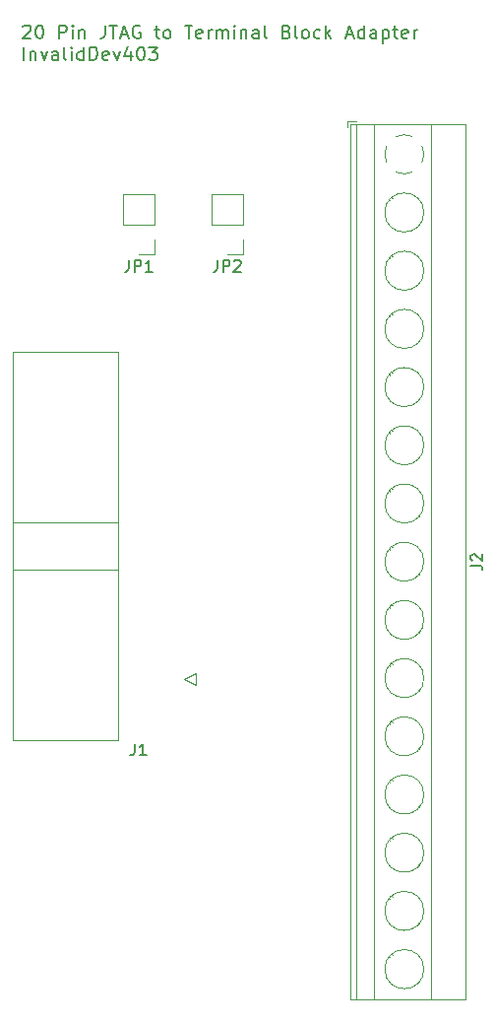
<source format=gbr>
%TF.GenerationSoftware,KiCad,Pcbnew,7.0.2*%
%TF.CreationDate,2023-04-24T21:00:06-04:00*%
%TF.ProjectId,JTAG_Terminal_Block,4a544147-5f54-4657-926d-696e616c5f42,rev?*%
%TF.SameCoordinates,Original*%
%TF.FileFunction,Legend,Top*%
%TF.FilePolarity,Positive*%
%FSLAX46Y46*%
G04 Gerber Fmt 4.6, Leading zero omitted, Abs format (unit mm)*
G04 Created by KiCad (PCBNEW 7.0.2) date 2023-04-24 21:00:06*
%MOMM*%
%LPD*%
G01*
G04 APERTURE LIST*
%ADD10C,0.150000*%
%ADD11C,0.120000*%
G04 APERTURE END LIST*
D10*
X137379047Y-32515785D02*
X137433809Y-32461023D01*
X137433809Y-32461023D02*
X137543333Y-32406261D01*
X137543333Y-32406261D02*
X137817142Y-32406261D01*
X137817142Y-32406261D02*
X137926666Y-32461023D01*
X137926666Y-32461023D02*
X137981428Y-32515785D01*
X137981428Y-32515785D02*
X138036190Y-32625309D01*
X138036190Y-32625309D02*
X138036190Y-32734833D01*
X138036190Y-32734833D02*
X137981428Y-32899119D01*
X137981428Y-32899119D02*
X137324285Y-33556261D01*
X137324285Y-33556261D02*
X138036190Y-33556261D01*
X138748095Y-32406261D02*
X138857618Y-32406261D01*
X138857618Y-32406261D02*
X138967142Y-32461023D01*
X138967142Y-32461023D02*
X139021904Y-32515785D01*
X139021904Y-32515785D02*
X139076666Y-32625309D01*
X139076666Y-32625309D02*
X139131428Y-32844357D01*
X139131428Y-32844357D02*
X139131428Y-33118166D01*
X139131428Y-33118166D02*
X139076666Y-33337214D01*
X139076666Y-33337214D02*
X139021904Y-33446738D01*
X139021904Y-33446738D02*
X138967142Y-33501500D01*
X138967142Y-33501500D02*
X138857618Y-33556261D01*
X138857618Y-33556261D02*
X138748095Y-33556261D01*
X138748095Y-33556261D02*
X138638571Y-33501500D01*
X138638571Y-33501500D02*
X138583809Y-33446738D01*
X138583809Y-33446738D02*
X138529047Y-33337214D01*
X138529047Y-33337214D02*
X138474285Y-33118166D01*
X138474285Y-33118166D02*
X138474285Y-32844357D01*
X138474285Y-32844357D02*
X138529047Y-32625309D01*
X138529047Y-32625309D02*
X138583809Y-32515785D01*
X138583809Y-32515785D02*
X138638571Y-32461023D01*
X138638571Y-32461023D02*
X138748095Y-32406261D01*
X140500475Y-33556261D02*
X140500475Y-32406261D01*
X140500475Y-32406261D02*
X140938570Y-32406261D01*
X140938570Y-32406261D02*
X141048094Y-32461023D01*
X141048094Y-32461023D02*
X141102856Y-32515785D01*
X141102856Y-32515785D02*
X141157618Y-32625309D01*
X141157618Y-32625309D02*
X141157618Y-32789595D01*
X141157618Y-32789595D02*
X141102856Y-32899119D01*
X141102856Y-32899119D02*
X141048094Y-32953880D01*
X141048094Y-32953880D02*
X140938570Y-33008642D01*
X140938570Y-33008642D02*
X140500475Y-33008642D01*
X141650475Y-33556261D02*
X141650475Y-32789595D01*
X141650475Y-32406261D02*
X141595713Y-32461023D01*
X141595713Y-32461023D02*
X141650475Y-32515785D01*
X141650475Y-32515785D02*
X141705237Y-32461023D01*
X141705237Y-32461023D02*
X141650475Y-32406261D01*
X141650475Y-32406261D02*
X141650475Y-32515785D01*
X142198094Y-32789595D02*
X142198094Y-33556261D01*
X142198094Y-32899119D02*
X142252856Y-32844357D01*
X142252856Y-32844357D02*
X142362380Y-32789595D01*
X142362380Y-32789595D02*
X142526665Y-32789595D01*
X142526665Y-32789595D02*
X142636189Y-32844357D01*
X142636189Y-32844357D02*
X142690951Y-32953880D01*
X142690951Y-32953880D02*
X142690951Y-33556261D01*
X144443331Y-32406261D02*
X144443331Y-33227690D01*
X144443331Y-33227690D02*
X144388570Y-33391976D01*
X144388570Y-33391976D02*
X144279046Y-33501500D01*
X144279046Y-33501500D02*
X144114760Y-33556261D01*
X144114760Y-33556261D02*
X144005236Y-33556261D01*
X144826664Y-32406261D02*
X145483807Y-32406261D01*
X145155236Y-33556261D02*
X145155236Y-32406261D01*
X145812378Y-33227690D02*
X146359997Y-33227690D01*
X145702854Y-33556261D02*
X146086188Y-32406261D01*
X146086188Y-32406261D02*
X146469521Y-33556261D01*
X147455235Y-32461023D02*
X147345711Y-32406261D01*
X147345711Y-32406261D02*
X147181425Y-32406261D01*
X147181425Y-32406261D02*
X147017140Y-32461023D01*
X147017140Y-32461023D02*
X146907616Y-32570547D01*
X146907616Y-32570547D02*
X146852854Y-32680071D01*
X146852854Y-32680071D02*
X146798092Y-32899119D01*
X146798092Y-32899119D02*
X146798092Y-33063404D01*
X146798092Y-33063404D02*
X146852854Y-33282452D01*
X146852854Y-33282452D02*
X146907616Y-33391976D01*
X146907616Y-33391976D02*
X147017140Y-33501500D01*
X147017140Y-33501500D02*
X147181425Y-33556261D01*
X147181425Y-33556261D02*
X147290949Y-33556261D01*
X147290949Y-33556261D02*
X147455235Y-33501500D01*
X147455235Y-33501500D02*
X147509997Y-33446738D01*
X147509997Y-33446738D02*
X147509997Y-33063404D01*
X147509997Y-33063404D02*
X147290949Y-33063404D01*
X148714758Y-32789595D02*
X149152854Y-32789595D01*
X148879044Y-32406261D02*
X148879044Y-33391976D01*
X148879044Y-33391976D02*
X148933806Y-33501500D01*
X148933806Y-33501500D02*
X149043330Y-33556261D01*
X149043330Y-33556261D02*
X149152854Y-33556261D01*
X149700473Y-33556261D02*
X149590949Y-33501500D01*
X149590949Y-33501500D02*
X149536187Y-33446738D01*
X149536187Y-33446738D02*
X149481425Y-33337214D01*
X149481425Y-33337214D02*
X149481425Y-33008642D01*
X149481425Y-33008642D02*
X149536187Y-32899119D01*
X149536187Y-32899119D02*
X149590949Y-32844357D01*
X149590949Y-32844357D02*
X149700473Y-32789595D01*
X149700473Y-32789595D02*
X149864758Y-32789595D01*
X149864758Y-32789595D02*
X149974282Y-32844357D01*
X149974282Y-32844357D02*
X150029044Y-32899119D01*
X150029044Y-32899119D02*
X150083806Y-33008642D01*
X150083806Y-33008642D02*
X150083806Y-33337214D01*
X150083806Y-33337214D02*
X150029044Y-33446738D01*
X150029044Y-33446738D02*
X149974282Y-33501500D01*
X149974282Y-33501500D02*
X149864758Y-33556261D01*
X149864758Y-33556261D02*
X149700473Y-33556261D01*
X151288567Y-32406261D02*
X151945710Y-32406261D01*
X151617139Y-33556261D02*
X151617139Y-32406261D01*
X152767138Y-33501500D02*
X152657614Y-33556261D01*
X152657614Y-33556261D02*
X152438567Y-33556261D01*
X152438567Y-33556261D02*
X152329043Y-33501500D01*
X152329043Y-33501500D02*
X152274281Y-33391976D01*
X152274281Y-33391976D02*
X152274281Y-32953880D01*
X152274281Y-32953880D02*
X152329043Y-32844357D01*
X152329043Y-32844357D02*
X152438567Y-32789595D01*
X152438567Y-32789595D02*
X152657614Y-32789595D01*
X152657614Y-32789595D02*
X152767138Y-32844357D01*
X152767138Y-32844357D02*
X152821900Y-32953880D01*
X152821900Y-32953880D02*
X152821900Y-33063404D01*
X152821900Y-33063404D02*
X152274281Y-33172928D01*
X153314757Y-33556261D02*
X153314757Y-32789595D01*
X153314757Y-33008642D02*
X153369519Y-32899119D01*
X153369519Y-32899119D02*
X153424281Y-32844357D01*
X153424281Y-32844357D02*
X153533805Y-32789595D01*
X153533805Y-32789595D02*
X153643328Y-32789595D01*
X154026662Y-33556261D02*
X154026662Y-32789595D01*
X154026662Y-32899119D02*
X154081424Y-32844357D01*
X154081424Y-32844357D02*
X154190948Y-32789595D01*
X154190948Y-32789595D02*
X154355233Y-32789595D01*
X154355233Y-32789595D02*
X154464757Y-32844357D01*
X154464757Y-32844357D02*
X154519519Y-32953880D01*
X154519519Y-32953880D02*
X154519519Y-33556261D01*
X154519519Y-32953880D02*
X154574281Y-32844357D01*
X154574281Y-32844357D02*
X154683805Y-32789595D01*
X154683805Y-32789595D02*
X154848091Y-32789595D01*
X154848091Y-32789595D02*
X154957614Y-32844357D01*
X154957614Y-32844357D02*
X155012376Y-32953880D01*
X155012376Y-32953880D02*
X155012376Y-33556261D01*
X155559995Y-33556261D02*
X155559995Y-32789595D01*
X155559995Y-32406261D02*
X155505233Y-32461023D01*
X155505233Y-32461023D02*
X155559995Y-32515785D01*
X155559995Y-32515785D02*
X155614757Y-32461023D01*
X155614757Y-32461023D02*
X155559995Y-32406261D01*
X155559995Y-32406261D02*
X155559995Y-32515785D01*
X156107614Y-32789595D02*
X156107614Y-33556261D01*
X156107614Y-32899119D02*
X156162376Y-32844357D01*
X156162376Y-32844357D02*
X156271900Y-32789595D01*
X156271900Y-32789595D02*
X156436185Y-32789595D01*
X156436185Y-32789595D02*
X156545709Y-32844357D01*
X156545709Y-32844357D02*
X156600471Y-32953880D01*
X156600471Y-32953880D02*
X156600471Y-33556261D01*
X157640947Y-33556261D02*
X157640947Y-32953880D01*
X157640947Y-32953880D02*
X157586185Y-32844357D01*
X157586185Y-32844357D02*
X157476661Y-32789595D01*
X157476661Y-32789595D02*
X157257614Y-32789595D01*
X157257614Y-32789595D02*
X157148090Y-32844357D01*
X157640947Y-33501500D02*
X157531423Y-33556261D01*
X157531423Y-33556261D02*
X157257614Y-33556261D01*
X157257614Y-33556261D02*
X157148090Y-33501500D01*
X157148090Y-33501500D02*
X157093328Y-33391976D01*
X157093328Y-33391976D02*
X157093328Y-33282452D01*
X157093328Y-33282452D02*
X157148090Y-33172928D01*
X157148090Y-33172928D02*
X157257614Y-33118166D01*
X157257614Y-33118166D02*
X157531423Y-33118166D01*
X157531423Y-33118166D02*
X157640947Y-33063404D01*
X158352852Y-33556261D02*
X158243328Y-33501500D01*
X158243328Y-33501500D02*
X158188566Y-33391976D01*
X158188566Y-33391976D02*
X158188566Y-32406261D01*
X160050470Y-32953880D02*
X160214756Y-33008642D01*
X160214756Y-33008642D02*
X160269518Y-33063404D01*
X160269518Y-33063404D02*
X160324280Y-33172928D01*
X160324280Y-33172928D02*
X160324280Y-33337214D01*
X160324280Y-33337214D02*
X160269518Y-33446738D01*
X160269518Y-33446738D02*
X160214756Y-33501500D01*
X160214756Y-33501500D02*
X160105232Y-33556261D01*
X160105232Y-33556261D02*
X159667137Y-33556261D01*
X159667137Y-33556261D02*
X159667137Y-32406261D01*
X159667137Y-32406261D02*
X160050470Y-32406261D01*
X160050470Y-32406261D02*
X160159994Y-32461023D01*
X160159994Y-32461023D02*
X160214756Y-32515785D01*
X160214756Y-32515785D02*
X160269518Y-32625309D01*
X160269518Y-32625309D02*
X160269518Y-32734833D01*
X160269518Y-32734833D02*
X160214756Y-32844357D01*
X160214756Y-32844357D02*
X160159994Y-32899119D01*
X160159994Y-32899119D02*
X160050470Y-32953880D01*
X160050470Y-32953880D02*
X159667137Y-32953880D01*
X160981423Y-33556261D02*
X160871899Y-33501500D01*
X160871899Y-33501500D02*
X160817137Y-33391976D01*
X160817137Y-33391976D02*
X160817137Y-32406261D01*
X161583804Y-33556261D02*
X161474280Y-33501500D01*
X161474280Y-33501500D02*
X161419518Y-33446738D01*
X161419518Y-33446738D02*
X161364756Y-33337214D01*
X161364756Y-33337214D02*
X161364756Y-33008642D01*
X161364756Y-33008642D02*
X161419518Y-32899119D01*
X161419518Y-32899119D02*
X161474280Y-32844357D01*
X161474280Y-32844357D02*
X161583804Y-32789595D01*
X161583804Y-32789595D02*
X161748089Y-32789595D01*
X161748089Y-32789595D02*
X161857613Y-32844357D01*
X161857613Y-32844357D02*
X161912375Y-32899119D01*
X161912375Y-32899119D02*
X161967137Y-33008642D01*
X161967137Y-33008642D02*
X161967137Y-33337214D01*
X161967137Y-33337214D02*
X161912375Y-33446738D01*
X161912375Y-33446738D02*
X161857613Y-33501500D01*
X161857613Y-33501500D02*
X161748089Y-33556261D01*
X161748089Y-33556261D02*
X161583804Y-33556261D01*
X162952851Y-33501500D02*
X162843327Y-33556261D01*
X162843327Y-33556261D02*
X162624280Y-33556261D01*
X162624280Y-33556261D02*
X162514756Y-33501500D01*
X162514756Y-33501500D02*
X162459994Y-33446738D01*
X162459994Y-33446738D02*
X162405232Y-33337214D01*
X162405232Y-33337214D02*
X162405232Y-33008642D01*
X162405232Y-33008642D02*
X162459994Y-32899119D01*
X162459994Y-32899119D02*
X162514756Y-32844357D01*
X162514756Y-32844357D02*
X162624280Y-32789595D01*
X162624280Y-32789595D02*
X162843327Y-32789595D01*
X162843327Y-32789595D02*
X162952851Y-32844357D01*
X163445708Y-33556261D02*
X163445708Y-32406261D01*
X163555232Y-33118166D02*
X163883803Y-33556261D01*
X163883803Y-32789595D02*
X163445708Y-33227690D01*
X165198088Y-33227690D02*
X165745707Y-33227690D01*
X165088564Y-33556261D02*
X165471898Y-32406261D01*
X165471898Y-32406261D02*
X165855231Y-33556261D01*
X166731421Y-33556261D02*
X166731421Y-32406261D01*
X166731421Y-33501500D02*
X166621897Y-33556261D01*
X166621897Y-33556261D02*
X166402850Y-33556261D01*
X166402850Y-33556261D02*
X166293326Y-33501500D01*
X166293326Y-33501500D02*
X166238564Y-33446738D01*
X166238564Y-33446738D02*
X166183802Y-33337214D01*
X166183802Y-33337214D02*
X166183802Y-33008642D01*
X166183802Y-33008642D02*
X166238564Y-32899119D01*
X166238564Y-32899119D02*
X166293326Y-32844357D01*
X166293326Y-32844357D02*
X166402850Y-32789595D01*
X166402850Y-32789595D02*
X166621897Y-32789595D01*
X166621897Y-32789595D02*
X166731421Y-32844357D01*
X167771897Y-33556261D02*
X167771897Y-32953880D01*
X167771897Y-32953880D02*
X167717135Y-32844357D01*
X167717135Y-32844357D02*
X167607611Y-32789595D01*
X167607611Y-32789595D02*
X167388564Y-32789595D01*
X167388564Y-32789595D02*
X167279040Y-32844357D01*
X167771897Y-33501500D02*
X167662373Y-33556261D01*
X167662373Y-33556261D02*
X167388564Y-33556261D01*
X167388564Y-33556261D02*
X167279040Y-33501500D01*
X167279040Y-33501500D02*
X167224278Y-33391976D01*
X167224278Y-33391976D02*
X167224278Y-33282452D01*
X167224278Y-33282452D02*
X167279040Y-33172928D01*
X167279040Y-33172928D02*
X167388564Y-33118166D01*
X167388564Y-33118166D02*
X167662373Y-33118166D01*
X167662373Y-33118166D02*
X167771897Y-33063404D01*
X168319516Y-32789595D02*
X168319516Y-33939595D01*
X168319516Y-32844357D02*
X168429040Y-32789595D01*
X168429040Y-32789595D02*
X168648087Y-32789595D01*
X168648087Y-32789595D02*
X168757611Y-32844357D01*
X168757611Y-32844357D02*
X168812373Y-32899119D01*
X168812373Y-32899119D02*
X168867135Y-33008642D01*
X168867135Y-33008642D02*
X168867135Y-33337214D01*
X168867135Y-33337214D02*
X168812373Y-33446738D01*
X168812373Y-33446738D02*
X168757611Y-33501500D01*
X168757611Y-33501500D02*
X168648087Y-33556261D01*
X168648087Y-33556261D02*
X168429040Y-33556261D01*
X168429040Y-33556261D02*
X168319516Y-33501500D01*
X169195706Y-32789595D02*
X169633802Y-32789595D01*
X169359992Y-32406261D02*
X169359992Y-33391976D01*
X169359992Y-33391976D02*
X169414754Y-33501500D01*
X169414754Y-33501500D02*
X169524278Y-33556261D01*
X169524278Y-33556261D02*
X169633802Y-33556261D01*
X170455230Y-33501500D02*
X170345706Y-33556261D01*
X170345706Y-33556261D02*
X170126659Y-33556261D01*
X170126659Y-33556261D02*
X170017135Y-33501500D01*
X170017135Y-33501500D02*
X169962373Y-33391976D01*
X169962373Y-33391976D02*
X169962373Y-32953880D01*
X169962373Y-32953880D02*
X170017135Y-32844357D01*
X170017135Y-32844357D02*
X170126659Y-32789595D01*
X170126659Y-32789595D02*
X170345706Y-32789595D01*
X170345706Y-32789595D02*
X170455230Y-32844357D01*
X170455230Y-32844357D02*
X170509992Y-32953880D01*
X170509992Y-32953880D02*
X170509992Y-33063404D01*
X170509992Y-33063404D02*
X169962373Y-33172928D01*
X171002849Y-33556261D02*
X171002849Y-32789595D01*
X171002849Y-33008642D02*
X171057611Y-32899119D01*
X171057611Y-32899119D02*
X171112373Y-32844357D01*
X171112373Y-32844357D02*
X171221897Y-32789595D01*
X171221897Y-32789595D02*
X171331420Y-32789595D01*
X137433809Y-35419261D02*
X137433809Y-34269261D01*
X137981428Y-34652595D02*
X137981428Y-35419261D01*
X137981428Y-34762119D02*
X138036190Y-34707357D01*
X138036190Y-34707357D02*
X138145714Y-34652595D01*
X138145714Y-34652595D02*
X138309999Y-34652595D01*
X138309999Y-34652595D02*
X138419523Y-34707357D01*
X138419523Y-34707357D02*
X138474285Y-34816880D01*
X138474285Y-34816880D02*
X138474285Y-35419261D01*
X138912380Y-34652595D02*
X139186190Y-35419261D01*
X139186190Y-35419261D02*
X139459999Y-34652595D01*
X140390951Y-35419261D02*
X140390951Y-34816880D01*
X140390951Y-34816880D02*
X140336189Y-34707357D01*
X140336189Y-34707357D02*
X140226665Y-34652595D01*
X140226665Y-34652595D02*
X140007618Y-34652595D01*
X140007618Y-34652595D02*
X139898094Y-34707357D01*
X140390951Y-35364500D02*
X140281427Y-35419261D01*
X140281427Y-35419261D02*
X140007618Y-35419261D01*
X140007618Y-35419261D02*
X139898094Y-35364500D01*
X139898094Y-35364500D02*
X139843332Y-35254976D01*
X139843332Y-35254976D02*
X139843332Y-35145452D01*
X139843332Y-35145452D02*
X139898094Y-35035928D01*
X139898094Y-35035928D02*
X140007618Y-34981166D01*
X140007618Y-34981166D02*
X140281427Y-34981166D01*
X140281427Y-34981166D02*
X140390951Y-34926404D01*
X141102856Y-35419261D02*
X140993332Y-35364500D01*
X140993332Y-35364500D02*
X140938570Y-35254976D01*
X140938570Y-35254976D02*
X140938570Y-34269261D01*
X141540951Y-35419261D02*
X141540951Y-34652595D01*
X141540951Y-34269261D02*
X141486189Y-34324023D01*
X141486189Y-34324023D02*
X141540951Y-34378785D01*
X141540951Y-34378785D02*
X141595713Y-34324023D01*
X141595713Y-34324023D02*
X141540951Y-34269261D01*
X141540951Y-34269261D02*
X141540951Y-34378785D01*
X142581427Y-35419261D02*
X142581427Y-34269261D01*
X142581427Y-35364500D02*
X142471903Y-35419261D01*
X142471903Y-35419261D02*
X142252856Y-35419261D01*
X142252856Y-35419261D02*
X142143332Y-35364500D01*
X142143332Y-35364500D02*
X142088570Y-35309738D01*
X142088570Y-35309738D02*
X142033808Y-35200214D01*
X142033808Y-35200214D02*
X142033808Y-34871642D01*
X142033808Y-34871642D02*
X142088570Y-34762119D01*
X142088570Y-34762119D02*
X142143332Y-34707357D01*
X142143332Y-34707357D02*
X142252856Y-34652595D01*
X142252856Y-34652595D02*
X142471903Y-34652595D01*
X142471903Y-34652595D02*
X142581427Y-34707357D01*
X143129046Y-35419261D02*
X143129046Y-34269261D01*
X143129046Y-34269261D02*
X143402856Y-34269261D01*
X143402856Y-34269261D02*
X143567141Y-34324023D01*
X143567141Y-34324023D02*
X143676665Y-34433547D01*
X143676665Y-34433547D02*
X143731427Y-34543071D01*
X143731427Y-34543071D02*
X143786189Y-34762119D01*
X143786189Y-34762119D02*
X143786189Y-34926404D01*
X143786189Y-34926404D02*
X143731427Y-35145452D01*
X143731427Y-35145452D02*
X143676665Y-35254976D01*
X143676665Y-35254976D02*
X143567141Y-35364500D01*
X143567141Y-35364500D02*
X143402856Y-35419261D01*
X143402856Y-35419261D02*
X143129046Y-35419261D01*
X144717141Y-35364500D02*
X144607617Y-35419261D01*
X144607617Y-35419261D02*
X144388570Y-35419261D01*
X144388570Y-35419261D02*
X144279046Y-35364500D01*
X144279046Y-35364500D02*
X144224284Y-35254976D01*
X144224284Y-35254976D02*
X144224284Y-34816880D01*
X144224284Y-34816880D02*
X144279046Y-34707357D01*
X144279046Y-34707357D02*
X144388570Y-34652595D01*
X144388570Y-34652595D02*
X144607617Y-34652595D01*
X144607617Y-34652595D02*
X144717141Y-34707357D01*
X144717141Y-34707357D02*
X144771903Y-34816880D01*
X144771903Y-34816880D02*
X144771903Y-34926404D01*
X144771903Y-34926404D02*
X144224284Y-35035928D01*
X145155236Y-34652595D02*
X145429046Y-35419261D01*
X145429046Y-35419261D02*
X145702855Y-34652595D01*
X146633807Y-34652595D02*
X146633807Y-35419261D01*
X146359998Y-34214500D02*
X146086188Y-35035928D01*
X146086188Y-35035928D02*
X146798093Y-35035928D01*
X147455236Y-34269261D02*
X147564759Y-34269261D01*
X147564759Y-34269261D02*
X147674283Y-34324023D01*
X147674283Y-34324023D02*
X147729045Y-34378785D01*
X147729045Y-34378785D02*
X147783807Y-34488309D01*
X147783807Y-34488309D02*
X147838569Y-34707357D01*
X147838569Y-34707357D02*
X147838569Y-34981166D01*
X147838569Y-34981166D02*
X147783807Y-35200214D01*
X147783807Y-35200214D02*
X147729045Y-35309738D01*
X147729045Y-35309738D02*
X147674283Y-35364500D01*
X147674283Y-35364500D02*
X147564759Y-35419261D01*
X147564759Y-35419261D02*
X147455236Y-35419261D01*
X147455236Y-35419261D02*
X147345712Y-35364500D01*
X147345712Y-35364500D02*
X147290950Y-35309738D01*
X147290950Y-35309738D02*
X147236188Y-35200214D01*
X147236188Y-35200214D02*
X147181426Y-34981166D01*
X147181426Y-34981166D02*
X147181426Y-34707357D01*
X147181426Y-34707357D02*
X147236188Y-34488309D01*
X147236188Y-34488309D02*
X147290950Y-34378785D01*
X147290950Y-34378785D02*
X147345712Y-34324023D01*
X147345712Y-34324023D02*
X147455236Y-34269261D01*
X148221902Y-34269261D02*
X148933807Y-34269261D01*
X148933807Y-34269261D02*
X148550474Y-34707357D01*
X148550474Y-34707357D02*
X148714759Y-34707357D01*
X148714759Y-34707357D02*
X148824283Y-34762119D01*
X148824283Y-34762119D02*
X148879045Y-34816880D01*
X148879045Y-34816880D02*
X148933807Y-34926404D01*
X148933807Y-34926404D02*
X148933807Y-35200214D01*
X148933807Y-35200214D02*
X148879045Y-35309738D01*
X148879045Y-35309738D02*
X148824283Y-35364500D01*
X148824283Y-35364500D02*
X148714759Y-35419261D01*
X148714759Y-35419261D02*
X148386188Y-35419261D01*
X148386188Y-35419261D02*
X148276664Y-35364500D01*
X148276664Y-35364500D02*
X148221902Y-35309738D01*
%TO.C,JP2*%
X154106666Y-52592619D02*
X154106666Y-53306904D01*
X154106666Y-53306904D02*
X154059047Y-53449761D01*
X154059047Y-53449761D02*
X153963809Y-53545000D01*
X153963809Y-53545000D02*
X153820952Y-53592619D01*
X153820952Y-53592619D02*
X153725714Y-53592619D01*
X154582857Y-53592619D02*
X154582857Y-52592619D01*
X154582857Y-52592619D02*
X154963809Y-52592619D01*
X154963809Y-52592619D02*
X155059047Y-52640238D01*
X155059047Y-52640238D02*
X155106666Y-52687857D01*
X155106666Y-52687857D02*
X155154285Y-52783095D01*
X155154285Y-52783095D02*
X155154285Y-52925952D01*
X155154285Y-52925952D02*
X155106666Y-53021190D01*
X155106666Y-53021190D02*
X155059047Y-53068809D01*
X155059047Y-53068809D02*
X154963809Y-53116428D01*
X154963809Y-53116428D02*
X154582857Y-53116428D01*
X155535238Y-52687857D02*
X155582857Y-52640238D01*
X155582857Y-52640238D02*
X155678095Y-52592619D01*
X155678095Y-52592619D02*
X155916190Y-52592619D01*
X155916190Y-52592619D02*
X156011428Y-52640238D01*
X156011428Y-52640238D02*
X156059047Y-52687857D01*
X156059047Y-52687857D02*
X156106666Y-52783095D01*
X156106666Y-52783095D02*
X156106666Y-52878333D01*
X156106666Y-52878333D02*
X156059047Y-53021190D01*
X156059047Y-53021190D02*
X155487619Y-53592619D01*
X155487619Y-53592619D02*
X156106666Y-53592619D01*
%TO.C,JP1*%
X146486666Y-52592619D02*
X146486666Y-53306904D01*
X146486666Y-53306904D02*
X146439047Y-53449761D01*
X146439047Y-53449761D02*
X146343809Y-53545000D01*
X146343809Y-53545000D02*
X146200952Y-53592619D01*
X146200952Y-53592619D02*
X146105714Y-53592619D01*
X146962857Y-53592619D02*
X146962857Y-52592619D01*
X146962857Y-52592619D02*
X147343809Y-52592619D01*
X147343809Y-52592619D02*
X147439047Y-52640238D01*
X147439047Y-52640238D02*
X147486666Y-52687857D01*
X147486666Y-52687857D02*
X147534285Y-52783095D01*
X147534285Y-52783095D02*
X147534285Y-52925952D01*
X147534285Y-52925952D02*
X147486666Y-53021190D01*
X147486666Y-53021190D02*
X147439047Y-53068809D01*
X147439047Y-53068809D02*
X147343809Y-53116428D01*
X147343809Y-53116428D02*
X146962857Y-53116428D01*
X148486666Y-53592619D02*
X147915238Y-53592619D01*
X148200952Y-53592619D02*
X148200952Y-52592619D01*
X148200952Y-52592619D02*
X148105714Y-52735476D01*
X148105714Y-52735476D02*
X148010476Y-52830714D01*
X148010476Y-52830714D02*
X147915238Y-52878333D01*
%TO.C,J2*%
X175902619Y-78833333D02*
X176616904Y-78833333D01*
X176616904Y-78833333D02*
X176759761Y-78880952D01*
X176759761Y-78880952D02*
X176855000Y-78976190D01*
X176855000Y-78976190D02*
X176902619Y-79119047D01*
X176902619Y-79119047D02*
X176902619Y-79214285D01*
X175997857Y-78404761D02*
X175950238Y-78357142D01*
X175950238Y-78357142D02*
X175902619Y-78261904D01*
X175902619Y-78261904D02*
X175902619Y-78023809D01*
X175902619Y-78023809D02*
X175950238Y-77928571D01*
X175950238Y-77928571D02*
X175997857Y-77880952D01*
X175997857Y-77880952D02*
X176093095Y-77833333D01*
X176093095Y-77833333D02*
X176188333Y-77833333D01*
X176188333Y-77833333D02*
X176331190Y-77880952D01*
X176331190Y-77880952D02*
X176902619Y-78452380D01*
X176902619Y-78452380D02*
X176902619Y-77833333D01*
%TO.C,J1*%
X146986666Y-94142619D02*
X146986666Y-94856904D01*
X146986666Y-94856904D02*
X146939047Y-94999761D01*
X146939047Y-94999761D02*
X146843809Y-95095000D01*
X146843809Y-95095000D02*
X146700952Y-95142619D01*
X146700952Y-95142619D02*
X146605714Y-95142619D01*
X147986666Y-95142619D02*
X147415238Y-95142619D01*
X147700952Y-95142619D02*
X147700952Y-94142619D01*
X147700952Y-94142619D02*
X147605714Y-94285476D01*
X147605714Y-94285476D02*
X147510476Y-94380714D01*
X147510476Y-94380714D02*
X147415238Y-94428333D01*
D11*
%TO.C,JP2*%
X156270000Y-50800000D02*
X156270000Y-52130000D01*
X156270000Y-46930000D02*
X153610000Y-46930000D01*
X156270000Y-49530000D02*
X156270000Y-46930000D01*
X156270000Y-49530000D02*
X153610000Y-49530000D01*
X156270000Y-52130000D02*
X154940000Y-52130000D01*
X153610000Y-49530000D02*
X153610000Y-46930000D01*
%TO.C,JP1*%
X148650000Y-50800000D02*
X148650000Y-52130000D01*
X148650000Y-46930000D02*
X145990000Y-46930000D01*
X148650000Y-49530000D02*
X148650000Y-46930000D01*
X148650000Y-49530000D02*
X145990000Y-49530000D01*
X148650000Y-52130000D02*
X147320000Y-52130000D01*
X145990000Y-49530000D02*
X145990000Y-46930000D01*
%TO.C,J2*%
X171249000Y-89775000D02*
X171203000Y-89728000D01*
X169157000Y-82273000D02*
X169111000Y-82226000D01*
X168941000Y-77466000D02*
X168906000Y-77431000D01*
X169157000Y-87273000D02*
X169111000Y-87226000D01*
X171455000Y-94570000D02*
X171419000Y-94535000D01*
X169157000Y-62273000D02*
X169111000Y-62226000D01*
X168941000Y-62466000D02*
X168906000Y-62431000D01*
X171249000Y-99775000D02*
X171203000Y-99728000D01*
X171455000Y-89570000D02*
X171419000Y-89535000D01*
X168941000Y-72466000D02*
X168906000Y-72431000D01*
X171249000Y-94775000D02*
X171203000Y-94728000D01*
X168941000Y-57466000D02*
X168906000Y-57431000D01*
X175441000Y-116060000D02*
X165520000Y-116060000D01*
X171455000Y-99570000D02*
X171419000Y-99535000D01*
X171455000Y-54570000D02*
X171419000Y-54535000D01*
X175441000Y-40940000D02*
X165520000Y-40940000D01*
X165280000Y-40700000D02*
X165280000Y-41200000D01*
X171249000Y-54775000D02*
X171203000Y-54728000D01*
X169157000Y-52273000D02*
X169111000Y-52226000D01*
X168941000Y-87466000D02*
X168906000Y-87431000D01*
X169157000Y-72273000D02*
X169111000Y-72226000D01*
X171455000Y-104570000D02*
X171419000Y-104535000D01*
X169157000Y-77273000D02*
X169111000Y-77226000D01*
X169157000Y-97273000D02*
X169111000Y-97226000D01*
X166020000Y-40700000D02*
X165280000Y-40700000D01*
X168941000Y-82466000D02*
X168906000Y-82431000D01*
X171249000Y-104775000D02*
X171203000Y-104728000D01*
X171249000Y-74775000D02*
X171203000Y-74728000D01*
X171455000Y-74570000D02*
X171419000Y-74535000D01*
X171455000Y-64570000D02*
X171419000Y-64535000D01*
X171249000Y-64775000D02*
X171203000Y-64728000D01*
X169157000Y-47273000D02*
X169111000Y-47226000D01*
X169157000Y-112273000D02*
X169111000Y-112226000D01*
X169157000Y-102273000D02*
X169111000Y-102226000D01*
X171249000Y-109775000D02*
X171203000Y-109728000D01*
X169157000Y-57273000D02*
X169111000Y-57226000D01*
X168941000Y-107466000D02*
X168906000Y-107431000D01*
X168941000Y-67466000D02*
X168906000Y-67431000D01*
X171455000Y-109570000D02*
X171419000Y-109535000D01*
X168941000Y-47466000D02*
X168906000Y-47431000D01*
X171249000Y-49775000D02*
X171203000Y-49728000D01*
X168941000Y-112466000D02*
X168906000Y-112431000D01*
X171249000Y-84775000D02*
X171203000Y-84728000D01*
X165520000Y-40940000D02*
X165520000Y-116060000D01*
X171455000Y-49570000D02*
X171419000Y-49535000D01*
X169157000Y-67273000D02*
X169111000Y-67226000D01*
X168941000Y-92466000D02*
X168906000Y-92431000D01*
X167580000Y-40940000D02*
X167580000Y-116060000D01*
X171455000Y-114570000D02*
X171419000Y-114535000D01*
X171455000Y-79570000D02*
X171419000Y-79535000D01*
X169157000Y-107273000D02*
X169111000Y-107226000D01*
X175441000Y-40940000D02*
X175441000Y-116060000D01*
X171455000Y-84570000D02*
X171419000Y-84535000D01*
X168941000Y-102466000D02*
X168906000Y-102431000D01*
X168941000Y-52466000D02*
X168906000Y-52431000D01*
X171249000Y-79775000D02*
X171203000Y-79728000D01*
X166080000Y-40940000D02*
X166080000Y-116060000D01*
X171455000Y-59570000D02*
X171419000Y-59535000D01*
X172481000Y-40940000D02*
X172481000Y-116060000D01*
X171249000Y-69775000D02*
X171203000Y-69728000D01*
X171455000Y-69570000D02*
X171419000Y-69535000D01*
X168941000Y-97466000D02*
X168906000Y-97431000D01*
X169157000Y-92273000D02*
X169111000Y-92226000D01*
X171249000Y-114775000D02*
X171203000Y-114728000D01*
X171249000Y-59775000D02*
X171203000Y-59728000D01*
X168645001Y-42816000D02*
G75*
G03*
X168499748Y-43528805I1535000J-683999D01*
G01*
X169496000Y-45035000D02*
G75*
G03*
X170863042Y-45035426I684000J1535000D01*
G01*
X171714999Y-44183999D02*
G75*
G03*
X171715426Y-42816958I-1534992J684000D01*
G01*
X170863999Y-41965001D02*
G75*
G03*
X169496958Y-41964574I-684000J-1534992D01*
G01*
X168500001Y-43500000D02*
G75*
G03*
X168645245Y-44183318I1679999J0D01*
G01*
X171860000Y-98500000D02*
G75*
G03*
X171860000Y-98500000I-1680000J0D01*
G01*
X171860000Y-63500000D02*
G75*
G03*
X171860000Y-63500000I-1680000J0D01*
G01*
X171860000Y-83500000D02*
G75*
G03*
X171860000Y-83500000I-1680000J0D01*
G01*
X171860000Y-93500000D02*
G75*
G03*
X171860000Y-93500000I-1680000J0D01*
G01*
X171860000Y-58500000D02*
G75*
G03*
X171860000Y-58500000I-1680000J0D01*
G01*
X171860000Y-73500000D02*
G75*
G03*
X171860000Y-73500000I-1680000J0D01*
G01*
X171860000Y-103500000D02*
G75*
G03*
X171860000Y-103500000I-1680000J0D01*
G01*
X171860000Y-113500000D02*
G75*
G03*
X171860000Y-113500000I-1680000J0D01*
G01*
X171860000Y-68500000D02*
G75*
G03*
X171860000Y-68500000I-1680000J0D01*
G01*
X171860000Y-48500000D02*
G75*
G03*
X171860000Y-48500000I-1680000J0D01*
G01*
X171860000Y-53500000D02*
G75*
G03*
X171860000Y-53500000I-1680000J0D01*
G01*
X171860000Y-78500000D02*
G75*
G03*
X171860000Y-78500000I-1680000J0D01*
G01*
X171860000Y-88500000D02*
G75*
G03*
X171860000Y-88500000I-1680000J0D01*
G01*
X171860000Y-108500000D02*
G75*
G03*
X171860000Y-108500000I-1680000J0D01*
G01*
%TO.C,J1*%
X152210000Y-88080000D02*
X151210000Y-88580000D01*
X145590000Y-60510000D02*
X145590000Y-93790000D01*
X145590000Y-75100000D02*
X136470000Y-75100000D01*
X136470000Y-93790000D02*
X136470000Y-60510000D01*
X151210000Y-88580000D02*
X152210000Y-89080000D01*
X136470000Y-60510000D02*
X145590000Y-60510000D01*
X145590000Y-79200000D02*
X136470000Y-79200000D01*
X145590000Y-93790000D02*
X136470000Y-93790000D01*
X152210000Y-89080000D02*
X152210000Y-88080000D01*
%TD*%
M02*

</source>
